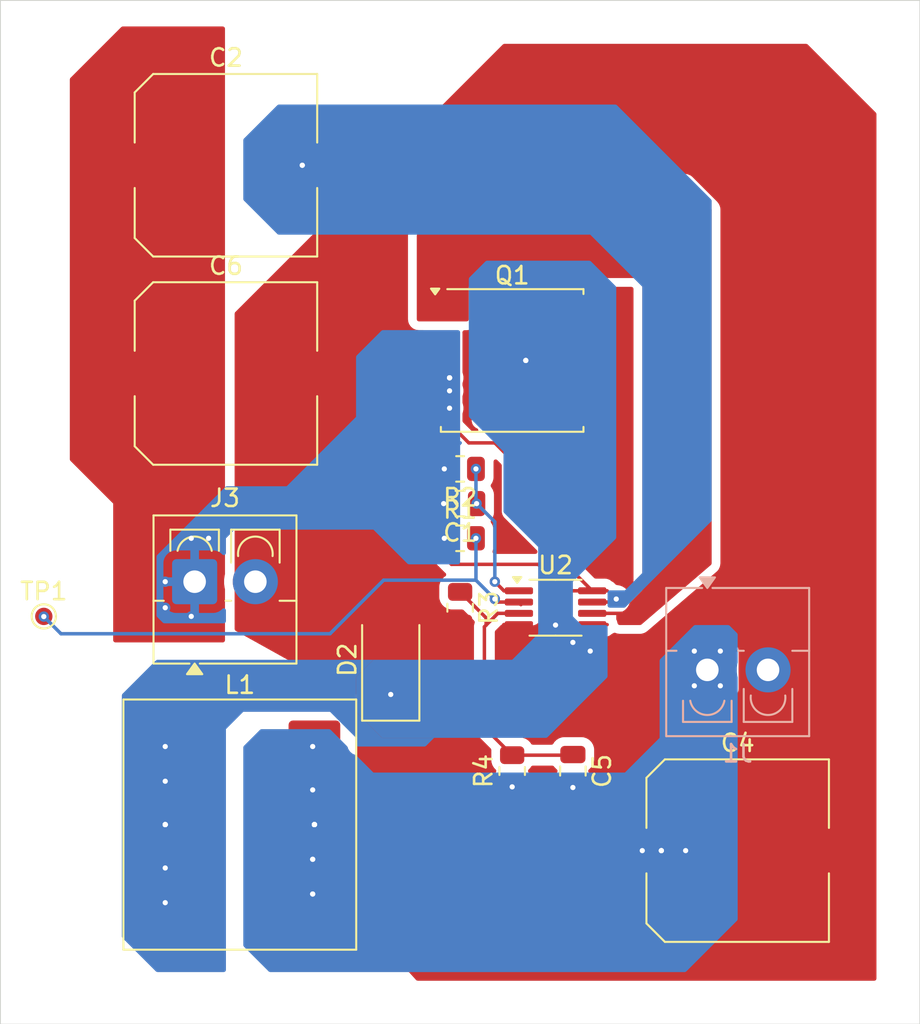
<source format=kicad_pcb>
(kicad_pcb (version 20241229) (generator "pcbnew") (generator_version "9.0")
  (layers (0 "F.Cu" signal) (2 "B.Cu" signal) (13 "F.Paste" user) (15 "B.Paste" user) (5 "F.SilkS" user "F.Silkscreen") (7 "B.SilkS" user "B.Silkscreen") (1 "F.Mask" user) (3 "B.Mask" user) (25 "Edge.Cuts" user))
  (net 0 "")
  (net 1 "Net-(U2-ADJ)")
  (net 2 "/Vin")
  (net 3 "GND")
  (net 4 "Net-(U2-VCC)")
  (net 5 "Net-(D2-K)")
  (net 6 "/Vout")
  (net 7 "Net-(U2-FB)")
  (net 8 "Net-(U2-RT)")
  (net 9 "Net-(Q1-G)")
  (footprint "Resistor_SMD:R_0805_2012Metric" (layer "F.Cu") (at 101.5 117.4125 90)
    (property "Reference" "R4" (at 0 -1.65 90) (layer "F.SilkS"))
    (property "Value" "R")
    (fp_line (start -0.227064 -0.735) (end 0.227064 -0.735) (stroke (width 0.12)) (layer "F.SilkS"))
    (fp_line (start -0.227064 0.735) (end 0.227064 0.735) (stroke (width 0.12)) (layer "F.SilkS"))
    (pad "1" smd roundrect (at -0.9125 0 90) (size 1.025 1.4) (layers "F.Cu" "F.Mask" "F.Paste") (roundrect_rratio 0.243902) (net 6 "/Vout"))
    (pad "2" smd roundrect (at 0.9125 0 90) (size 1.025 1.4) (layers "F.Cu" "F.Mask" "F.Paste") (roundrect_rratio 0.243902) (net 7 "Net-(U2-FB)"))
  )
  (footprint "TerminalBlock_4Ucon:TerminalBlock_4Ucon_1x02_P3.50mm_Vertical" (layer "F.Cu") (at 83.195 106.5)
    (property "Reference" "J3" (at 1.75 -4.82 0) (layer "F.SilkS"))
    (property "Value" "Screw_Terminal_01x02")
    (fp_line (start -2.37 -3.82) (end 5.87 -3.82) (stroke (width 0.12)) (layer "F.SilkS"))
    (fp_line (start -2.37 1.1) (end -1.78 1.1) (stroke (width 0.12)) (layer "F.SilkS"))
    (fp_line (start -2.37 4.72) (end -2.37 -3.82) (stroke (width 0.12)) (layer "F.SilkS"))
    (fp_line (start -1.4 -3) (end 1.4 -3) (stroke (width 0.12)) (layer "F.SilkS"))
    (fp_line (start -1.4 -1.78) (end -1.4 -3) (stroke (width 0.12)) (layer "F.SilkS"))
    (fp_line (start -0.3 4.72) (end -2.37 4.72) (stroke (width 0.12)) (layer "F.SilkS"))
    (fp_line (start 1.4 -3) (end 1.4 -1.78) (stroke (width 0.12)) (layer "F.SilkS"))
    (fp_line (start 1.78 1.1) (end 2.101 1.1) (stroke (width 0.12)) (layer "F.SilkS"))
    (fp_line (start 2.1 -3) (end 4.9 -3) (stroke (width 0.12)) (layer "F.SilkS"))
    (fp_line (start 2.1 -1.099) (end 2.1 -3) (stroke (width 0.12)) (layer "F.SilkS"))
    (fp_line (start 4.899 1.1) (end 5.87 1.1) (stroke (width 0.12)) (layer "F.SilkS"))
    (fp_line (start 4.9 -3) (end 4.9 -1.099) (stroke (width 0.12)) (layer "F.SilkS"))
    (fp_line (start 5.87 -3.82) (end 5.87 4.72) (stroke (width 0.12)) (layer "F.SilkS"))
    (fp_line (start 5.87 4.72) (end 0.3 4.72) (stroke (width 0.12)) (layer "F.SilkS"))
    (fp_arc (start -0.984 -1.78) (mid 0 -2.6) (end 0.984 -1.78) (stroke (width 0.12)) (layer "F.SilkS"))
    (fp_arc (start 2.508 -1.478) (mid 3.5 -2.6) (end 4.492 -1.478) (stroke (width 0.12)) (layer "F.SilkS"))
    (fp_poly (pts (xy 0 4.72) (xy 0.44 5.33) (xy -0.44 5.33)) (stroke (width 0.12)) (fill yes) (layer "F.SilkS"))
    (pad "1" thru_hole roundrect (at 0 0) (size 2.6 2.6) (drill 1.3) (layers "*.Cu" "*.Mask") (roundrect_rratio 0.096154) (net 2 "/Vin"))
    (pad "2" thru_hole circle (at 3.5 0) (size 2.6 2.6) (drill 1.3) (layers "*.Cu" "*.Mask") (net 3 "GND"))
  )
  (footprint "Capacitor_SMD:C_0805_2012Metric" (layer "F.Cu") (at 105 117.4125 -90)
    (property "Reference" "C5" (at 0 -1.68 90) (layer "F.SilkS"))
    (property "Value" "C")
    (fp_line (start -0.261252 0.735) (end 0.261252 0.735) (stroke (width 0.12)) (layer "F.SilkS"))
    (fp_line (start -0.261252 -0.735) (end 0.261252 -0.735) (stroke (width 0.12)) (layer "F.SilkS"))
    (pad "1" smd roundrect (at -0.95 0 270) (size 1 1.45) (layers "F.Cu" "F.Mask" "F.Paste") (net 7 "Net-(U2-FB)"))
    (pad "2" smd roundrect (at 0.95 0 270) (size 1 1.45) (layers "F.Cu" "F.Mask" "F.Paste") (net 6 "/Vout"))
  )
  (footprint "Capacitor_SMD:C_Elec_10x10.2" (layer "F.Cu") (at 114.5 122)
    (property "Reference" "C4" (at 0 -6.2 0) (layer "F.SilkS"))
    (property "Value" "C")
    (fp_line (start -5.26 -4.195563) (end -5.26 -1.31) (stroke (width 0.12)) (layer "F.SilkS"))
    (fp_line (start -5.26 -4.195563) (end -4.195563 -5.26) (stroke (width 0.12)) (layer "F.SilkS"))
    (fp_line (start -5.26 4.195563) (end -5.26 1.31) (stroke (width 0.12)) (layer "F.SilkS"))
    (fp_line (start -5.26 4.195563) (end -4.195563 5.26) (stroke (width 0.12)) (layer "F.SilkS"))
    (fp_line (start -4.195563 -5.26) (end 5.26 -5.26) (stroke (width 0.12)) (layer "F.SilkS"))
    (fp_line (start -4.195563 5.26) (end 5.26 5.26) (stroke (width 0.12)) (layer "F.SilkS"))
    (fp_line (start 5.26 -5.26) (end 5.26 -1.31) (stroke (width 0.12)) (layer "F.SilkS"))
    (fp_line (start 5.26 5.26) (end 5.26 1.31) (stroke (width 0.12)) (layer "F.SilkS"))
    (pad "1" smd roundrect (at -4.4 0) (size 4.6 2.1) (layers "F.Cu" "F.Mask" "F.Paste") (roundrect_rratio 0.119048) (net 6 "/Vout"))
    (pad "2" smd roundrect (at 4.4 0) (size 4.6 2.1) (layers "F.Cu" "F.Mask" "F.Paste") (roundrect_rratio 0.119048) (net 3 "GND"))
  )
  (footprint "Inductor_SMD:L_Coilcraft_XAL1350-XXX" (layer "F.Cu") (at 85.8 120.5)
    (property "Reference" "L1" (at 0 -8.05 0) (layer "F.SilkS"))
    (property "Value" "L")
    (fp_line (start -6.71 -7.21) (end 6.71 -7.21) (stroke (width 0.12)) (layer "F.SilkS"))
    (fp_line (start -6.71 7.21) (end -6.71 -7.21) (stroke (width 0.12)) (layer "F.SilkS"))
    (fp_line (start 6.71 -7.21) (end 6.71 7.21) (stroke (width 0.12)) (layer "F.SilkS"))
    (fp_line (start 6.71 7.21) (end -6.71 7.21) (stroke (width 0.12)) (layer "F.SilkS"))
    (pad "1" smd roundrect (at -4.3 0) (size 2.98 12) (layers "F.Cu" "F.Mask" "F.Paste") (roundrect_rratio 0.083893) (net 5 "Net-(D2-K)"))
    (pad "2" smd roundrect (at 4.3 0) (size 2.98 12) (layers "F.Cu" "F.Mask" "F.Paste") (roundrect_rratio 0.083893) (net 6 "/Vout"))
  )
  (footprint "Package_TO_SOT_SMD:PQFN_8x8" (layer "F.Cu") (at 101.5 93.75)
    (property "Reference" "Q1" (at 0 -4.9 0) (layer "F.SilkS"))
    (property "Value" "FDMT80060DC")
    (fp_line (start -4.11 3.83) (end -4.11 4.11) (stroke (width 0.12)) (layer "F.SilkS"))
    (fp_line (start 4.11 -4.11) (end -3.74 -4.11) (stroke (width 0.12)) (layer "F.SilkS"))
    (fp_line (start 4.11 -3.83) (end 4.11 -4.11) (stroke (width 0.12)) (layer "F.SilkS"))
    (fp_line (start 4.11 3.83) (end 4.11 4.11) (stroke (width 0.12)) (layer "F.SilkS"))
    (fp_line (start 4.11 4.11) (end -4.11 4.11) (stroke (width 0.12)) (layer "F.SilkS"))
    (fp_poly (pts (xy -4.44 -3.81) (xy -4.2 -4.14) (xy -4.68 -4.14) (xy -4.44 -3.81)) (stroke (width 0.12)) (fill yes) (layer "F.SilkS"))
    (pad "1" smd roundrect (at -3.935 -3) (size 1.13 1.1) (layers "F.Cu" "F.Mask" "F.Paste") (net 9 "Net-(Q1-G)"))
    (pad "2" smd custom (at -3.61 1) (size 0.48 5.1) (layers "F.Cu" "F.Mask" "F.Paste") (net 2 "/Vin") (options (clearance outline) (anchor rect)) (primitives (gr_poly (pts (xy -0.24 -1.45) (xy -0.89 -1.45) (xy -0.89 -2.55) (xy -0.24 -2.55)) (width 0) (fill yes)) (gr_poly (pts (xy -0.24 0.55) (xy -0.89 0.55) (xy -0.89 -0.55) (xy -0.24 -0.55)) (width 0) (fill yes)) (gr_poly (pts (xy -0.24 2.55) (xy -0.89 2.55) (xy -0.89 1.45) (xy -0.24 1.45)) (width 0) (fill yes))))
    (pad "3" smd custom (at 0.785 0) (size 5.23 6.9) (layers "F.Cu" "F.Mask") (net 5 "Net-(D2-K)") (options (clearance outline) (anchor rect)) (primitives (gr_poly (pts (xy 3.715 -2.45) (xy 2.615 -2.45) (xy 2.615 -3.55) (xy 3.715 -3.55)) (width 0) (fill yes)) (gr_poly (pts (xy 3.715 -0.45) (xy 2.615 -0.45) (xy 2.615 -1.55) (xy 3.715 -1.55)) (width 0) (fill yes)) (gr_poly (pts (xy 3.715 1.55) (xy 2.615 1.55) (xy 2.615 0.45) (xy 3.715 0.45)) (width 0) (fill yes)) (gr_poly (pts (xy 3.715 3.55) (xy 2.615 3.55) (xy 2.615 2.45) (xy 3.715 2.45)) (width 0) (fill yes))))
  )
  (footprint "TestPoint:TestPoint_Pad_D1.0mm" (layer "F.Cu") (at 74.5 108.5)
    (property "Reference" "TP1" (at 0 -1.448 0) (layer "F.SilkS"))
    (property "Value" "TestPoint_Small" (hide yes))
    (fp_circle (center 0 0) (end 0 0.7) (stroke (width 0.12)) (fill no) (layer "F.SilkS"))
    (pad "1" smd circle (at 0 0) (size 1 1) (layers "F.Cu" "F.Mask") (net 8 "Net-(U2-RT)"))
  )
  (footprint "Resistor_SMD:R_0805_2012Metric" (layer "F.Cu") (at 98.5 100 180)
    (property "Reference" "R2" (at 0 -1.65 0) (layer "F.SilkS"))
    (property "Value" "R")
    (fp_line (start -0.227064 0.735) (end 0.227064 0.735) (stroke (width 0.12)) (layer "F.SilkS"))
    (fp_line (start -0.227064 -0.735) (end 0.227064 -0.735) (stroke (width 0.12)) (layer "F.SilkS"))
    (pad "1" smd roundrect (at -0.9125 0 180) (size 1.025 1.4) (layers "F.Cu" "F.Mask" "F.Paste") (roundrect_rratio 0.243902) (net 1 "Net-(U2-ADJ)"))
    (pad "2" smd roundrect (at 0.9125 0 180) (size 1.025 1.4) (layers "F.Cu" "F.Mask" "F.Paste") (roundrect_rratio 0.243902) (net 2 "/Vin"))
  )
  (footprint "Diode_SMD:D_SMA" (layer "F.Cu") (at 94.5 111 90)
    (property "Reference" "D2" (at 0 -2.5 90) (layer "F.SilkS"))
    (property "Value" "D_Schottky")
    (fp_line (start -3.51 -1.65) (end 2 -1.65) (stroke (width 0.12)) (layer "F.SilkS"))
    (fp_line (start -3.51 -1.65) (end -3.51 1.65) (stroke (width 0.12)) (layer "F.SilkS"))
    (fp_line (start -3.51 1.65) (end 2 1.65) (stroke (width 0.12)) (layer "F.SilkS"))
    (pad "1" smd roundrect (at -2 0 90) (size 2.5 1.8) (layers "F.Cu" "F.Mask" "F.Paste") (roundrect_rratio 0.1388888889) (net 5 "Net-(D2-K)"))
    (pad "2" smd roundrect (at 2 0 90) (size 2.5 1.8) (layers "F.Cu" "F.Mask" "F.Paste") (roundrect_rratio 0.1388888889) (net 3 "GND"))
  )
  (footprint "Capacitor_SMD:C_Elec_10x10.2" (layer "F.Cu") (at 85 82.5)
    (property "Reference" "C2" (at 0 -6.2 0) (layer "F.SilkS"))
    (property "Value" "C")
    (fp_line (start -5.26 -4.195563) (end -5.26 -1.31) (stroke (width 0.12)) (layer "F.SilkS"))
    (fp_line (start -5.26 -4.195563) (end -4.195563 -5.26) (stroke (width 0.12)) (layer "F.SilkS"))
    (fp_line (start -5.26 4.195563) (end -5.26 1.31) (stroke (width 0.12)) (layer "F.SilkS"))
    (fp_line (start -5.26 4.195563) (end -4.195563 5.26) (stroke (width 0.12)) (layer "F.SilkS"))
    (fp_line (start -4.195563 -5.26) (end 5.26 -5.26) (stroke (width 0.12)) (layer "F.SilkS"))
    (fp_line (start -4.195563 5.26) (end 5.26 5.26) (stroke (width 0.12)) (layer "F.SilkS"))
    (fp_line (start 5.26 -5.26) (end 5.26 -1.31) (stroke (width 0.12)) (layer "F.SilkS"))
    (fp_line (start 5.26 5.26) (end 5.26 1.31) (stroke (width 0.12)) (layer "F.SilkS"))
    (pad "1" smd roundrect (at -4.4 0) (size 4.6 2.1) (layers "F.Cu" "F.Mask" "F.Paste") (roundrect_rratio 0.119048) (net 2 "/Vin"))
    (pad "2" smd roundrect (at 4.4 0) (size 4.6 2.1) (layers "F.Cu" "F.Mask" "F.Paste") (roundrect_rratio 0.119048) (net 4 "Net-(U2-VCC)"))
  )
  (footprint "Package_SO:MSOP-8_3x3mm_P0.65mm" (layer "F.Cu") (at 104 108)
    (property "Reference" "U2" (at 0 -2.45 0) (layer "F.SilkS"))
    (property "Value" "LM25085MM")
    (fp_line (start 0 -1.61) (end -1.5 -1.61) (stroke (width 0.12)) (layer "F.SilkS"))
    (fp_line (start 0 -1.61) (end 1.5 -1.61) (stroke (width 0.12)) (layer "F.SilkS"))
    (fp_line (start 0 1.61) (end -1.5 1.61) (stroke (width 0.12)) (layer "F.SilkS"))
    (fp_line (start 0 1.61) (end 1.5 1.61) (stroke (width 0.12)) (layer "F.SilkS"))
    (fp_poly (pts (xy -2.2125 -1.435) (xy -2.4525 -1.765) (xy -1.9725 -1.765)) (stroke (width 0.12)) (fill yes) (layer "F.SilkS"))
    (pad "1" smd roundrect (at -2.1125 -0.975) (size 1.625 0.4) (layers "F.Cu" "F.Mask" "F.Paste") (net 1 "Net-(U2-ADJ)"))
    (pad "2" smd roundrect (at -2.1125 -0.325) (size 1.625 0.4) (layers "F.Cu" "F.Mask" "F.Paste") (net 8 "Net-(U2-RT)"))
    (pad "3" smd roundrect (at -2.1125 0.325) (size 1.625 0.4) (layers "F.Cu" "F.Mask" "F.Paste") (net 7 "Net-(U2-FB)"))
    (pad "4" smd roundrect (at -2.1125 0.975) (size 1.625 0.4) (layers "F.Cu" "F.Mask" "F.Paste") (net 3 "GND"))
    (pad "5" smd roundrect (at 2.1125 0.975) (size 1.625 0.4) (layers "F.Cu" "F.Mask" "F.Paste") (net 5 "Net-(D2-K)"))
    (pad "6" smd roundrect (at 2.1125 0.325) (size 1.625 0.4) (layers "F.Cu" "F.Mask" "F.Paste") (net 9 "Net-(Q1-G)"))
    (pad "7" smd roundrect (at 2.1125 -0.325) (size 1.625 0.4) (layers "F.Cu" "F.Mask" "F.Paste") (net 4 "Net-(U2-VCC)"))
    (pad "8" smd roundrect (at 2.1125 -0.975) (size 1.625 0.4) (layers "F.Cu" "F.Mask" "F.Paste") (net 2 "/Vin"))
  )
  (footprint "Resistor_SMD:R_0805_2012Metric" (layer "F.Cu") (at 98.5 108 -90)
    (property "Reference" "R3" (at 0 -1.65 90) (layer "F.SilkS"))
    (property "Value" "R")
    (fp_line (start -0.227064 0.735) (end 0.227064 0.735) (stroke (width 0.12)) (layer "F.SilkS"))
    (fp_line (start -0.227064 -0.735) (end 0.227064 -0.735) (stroke (width 0.12)) (layer "F.SilkS"))
    (pad "1" smd roundrect (at -0.9125 0 270) (size 1.025 1.4) (layers "F.Cu" "F.Mask" "F.Paste") (roundrect_rratio 0.243902) (net 7 "Net-(U2-FB)"))
    (pad "2" smd roundrect (at 0.9125 0 270) (size 1.025 1.4) (layers "F.Cu" "F.Mask" "F.Paste") (roundrect_rratio 0.243902) (net 3 "GND"))
  )
  (footprint "Resistor_SMD:R_0805_2012Metric" (layer "F.Cu") (at 98.5 104)
    (property "Reference" "R1" (at 0 -1.65 0) (layer "F.SilkS"))
    (property "Value" "R")
    (fp_line (start -0.227064 -0.735) (end 0.227064 -0.735) (stroke (width 0.12)) (layer "F.SilkS"))
    (fp_line (start -0.227064 0.735) (end 0.227064 0.735) (stroke (width 0.12)) (layer "F.SilkS"))
    (pad "1" smd roundrect (at -0.9125 0) (size 1.025 1.4) (layers "F.Cu" "F.Mask" "F.Paste") (roundrect_rratio 0.243902) (net 2 "/Vin"))
    (pad "2" smd roundrect (at 0.9125 0) (size 1.025 1.4) (layers "F.Cu" "F.Mask" "F.Paste") (roundrect_rratio 0.243902) (net 8 "Net-(U2-RT)"))
  )
  (footprint "Capacitor_SMD:C_0805_2012Metric" (layer "F.Cu") (at 98.5 102 180)
    (property "Reference" "C1" (at 0 -1.68 0) (layer "F.SilkS"))
    (property "Value" "C")
    (fp_line (start -0.261252 0.735) (end 0.261252 0.735) (stroke (width 0.12)) (layer "F.SilkS"))
    (fp_line (start -0.261252 -0.735) (end 0.261252 -0.735) (stroke (width 0.12)) (layer "F.SilkS"))
    (pad "1" smd roundrect (at -0.95 0 180) (size 1 1.45) (layers "F.Cu" "F.Mask" "F.Paste") (net 1 "Net-(U2-ADJ)"))
    (pad "2" smd roundrect (at 0.95 0 180) (size 1 1.45) (layers "F.Cu" "F.Mask" "F.Paste") (net 2 "/Vin"))
  )
  (footprint "Capacitor_SMD:C_Elec_10x10.2" (layer "F.Cu") (at 85 94.5)
    (property "Reference" "C6" (at 0 -6.2 0) (layer "F.SilkS"))
    (property "Value" "C")
    (fp_line (start -5.26 -4.195563) (end -5.26 -1.31) (stroke (width 0.12)) (layer "F.SilkS"))
    (fp_line (start -5.26 -4.195563) (end -4.195563 -5.26) (stroke (width 0.12)) (layer "F.SilkS"))
    (fp_line (start -5.26 4.195563) (end -5.26 1.31) (stroke (width 0.12)) (layer "F.SilkS"))
    (fp_line (start -5.26 4.195563) (end -4.195563 5.26) (stroke (width 0.12)) (layer "F.SilkS"))
    (fp_line (start -4.195563 -5.26) (end 5.26 -5.26) (stroke (width 0.12)) (layer "F.SilkS"))
    (fp_line (start -4.195563 5.26) (end 5.26 5.26) (stroke (width 0.12)) (layer "F.SilkS"))
    (fp_line (start 5.26 -5.26) (end 5.26 -1.31) (stroke (width 0.12)) (layer "F.SilkS"))
    (fp_line (start 5.26 5.26) (end 5.26 1.31) (stroke (width 0.12)) (layer "F.SilkS"))
    (pad "1" smd roundrect (at -4.4 0) (size 4.6 2.1) (layers "F.Cu" "F.Mask" "F.Paste") (roundrect_rratio 0.119048) (net 2 "/Vin"))
    (pad "2" smd roundrect (at 4.4 0) (size 4.6 2.1) (layers "F.Cu" "F.Mask" "F.Paste") (roundrect_rratio 0.119048) (net 3 "GND"))
  )
  (footprint "TerminalBlock_4Ucon:TerminalBlock_4Ucon_1x02_P3.50mm_Vertical" (layer "B.Cu") (at 112.75 111.5825)
    (property "Reference" "J1" (at 1.75 4.82 0) (layer "B.SilkS") (effects (justify mirror)))
    (property "Value" "Screw_Terminal_01x02")
    (fp_line (start -2.37 -4.72) (end -2.37 3.82) (stroke (width 0.12)) (layer "B.SilkS"))
    (fp_line (start -2.37 -1.1) (end -1.78 -1.1) (stroke (width 0.12)) (layer "B.SilkS"))
    (fp_line (start -2.37 3.82) (end 5.87 3.82) (stroke (width 0.12)) (layer "B.SilkS"))
    (fp_line (start -1.4 1.78) (end -1.4 3) (stroke (width 0.12)) (layer "B.SilkS"))
    (fp_line (start -1.4 3) (end 1.4 3) (stroke (width 0.12)) (layer "B.SilkS"))
    (fp_line (start -0.3 -4.72) (end -2.37 -4.72) (stroke (width 0.12)) (layer "B.SilkS"))
    (fp_line (start 1.4 3) (end 1.4 1.78) (stroke (width 0.12)) (layer "B.SilkS"))
    (fp_line (start 1.78 -1.1) (end 2.101 -1.1) (stroke (width 0.12)) (layer "B.SilkS"))
    (fp_line (start 2.1 1.099) (end 2.1 3) (stroke (width 0.12)) (layer "B.SilkS"))
    (fp_line (start 2.1 3) (end 4.9 3) (stroke (width 0.12)) (layer "B.SilkS"))
    (fp_line (start 4.899 -1.1) (end 5.87 -1.1) (stroke (width 0.12)) (layer "B.SilkS"))
    (fp_line (start 4.9 3) (end 4.9 1.099) (stroke (width 0.12)) (layer "B.SilkS"))
    (fp_line (start 5.87 -4.72) (end 0.3 -4.72) (stroke (width 0.12)) (layer "B.SilkS"))
    (fp_line (start 5.87 3.82) (end 5.87 -4.72) (stroke (width 0.12)) (layer "B.SilkS"))
    (fp_arc (start 0.984 1.78) (mid 0 2.6) (end -0.984 1.78) (stroke (width 0.12)) (layer "B.SilkS"))
    (fp_arc (start 4.492 1.478) (mid 3.5 2.6) (end 2.508 1.478) (stroke (width 0.12)) (layer "B.SilkS"))
    (fp_poly (pts (xy 0 -4.72) (xy 0.44 -5.33) (xy -0.44 -5.33)) (stroke (width 0.12)) (fill yes) (layer "B.SilkS"))
    (pad "1" thru_hole roundrect (at 0 0) (size 2.6 2.6) (drill 1.3) (layers "*.Cu" "*.Mask") (roundrect_rratio 0.096154) (net 6 "/Vout"))
    (pad "2" thru_hole circle (at 3.5 0) (size 2.6 2.6) (drill 1.3) (layers "*.Cu" "*.Mask") (net 3 "GND"))
  )
  (gr_rect (start 72 73) (end 125 132) (stroke (width 0.05)) (fill no) (layer "Edge.Cuts"))
  (segment (start 101.025 107.025) (end 100.5 106.5) (width 0.2) (layer "F.Cu") (net 1))
  (segment (start 101.025 107.025) (end 101.8875 107.025) (width 0.2) (layer "F.Cu") (net 1))
  (via (at 100.5 106.5) (size 0.6) (drill 0.3) (layers "F.Cu" "B.Cu") (net 1))
  (via (at 99.4125 100) (size 0.6) (drill 0.3) (layers "F.Cu" "B.Cu") (net 1))
  (via (at 99.45 102) (size 0.6) (drill 0.3) (layers "F.Cu" "B.Cu") (net 1))
  (segment (start 100.5 106.5) (end 100.5 103.05) (width 0.2) (layer "B.Cu") (net 1))
  (segment (start 99.4125 101.9625) (end 99.45 102) (width 0.2) (layer "B.Cu") (net 1))
  (segment (start 99.4125 100) (end 99.4125 101.9625) (width 0.2) (layer "B.Cu") (net 1))
  (segment (start 100.5 103.05) (end 99.45 102) (width 0.2) (layer "B.Cu") (net 1))
  (segment (start 104.525 107.025) (end 106.1125 107.025) (width 0.2) (layer "F.Cu") (net 2))
  (segment (start 99 98.5) (end 100.5 98.5) (width 0.2) (layer "F.Cu") (net 2))
  (segment (start 101.5 102.4125) (end 106.1125 107.025) (width 0.2) (layer "F.Cu") (net 2))
  (segment (start 97.5875 105.0875) (end 98 105.5) (width 0.2) (layer "F.Cu") (net 2))
  (segment (start 97.89 94.75) (end 97.89 95.5) (width 0.2) (layer "F.Cu") (net 2))
  (segment (start 101.5 99.5) (end 101.5 102.4125) (width 0.2) (layer "F.Cu") (net 2))
  (segment (start 106.975 107.025) (end 106.1125 107.025) (width 0.2) (layer "F.Cu") (net 2))
  (segment (start 98 105.5) (end 103 105.5) (width 0.2) (layer "F.Cu") (net 2))
  (segment (start 103 105.5) (end 104.525 107.025) (width 0.2) (layer "F.Cu") (net 2))
  (segment (start 100.5 98.5) (end 101.5 99.5) (width 0.2) (layer "F.Cu") (net 2))
  (segment (start 97.89 96.5) (end 97.89 97.39) (width 0.2) (layer "F.Cu") (net 2))
  (segment (start 97.89 95.5) (end 97.89 96.5) (width 0.2) (layer "F.Cu") (net 2))
  (segment (start 97.5875 104) (end 97.5875 105.0875) (width 0.2) (layer "F.Cu") (net 2))
  (segment (start 97.89 97.39) (end 99 98.5) (width 0.2) (layer "F.Cu") (net 2))
  (via (at 97.89 95.5) (size 0.6) (drill 0.3) (layers "F.Cu" "B.Cu") (net 2))
  (via (at 97.5875 100) (size 0.6) (drill 0.3) (layers "F.Cu" "B.Cu") (net 2))
  (via (at 97.89 94.75) (size 0.6) (drill 0.3) (layers "F.Cu" "B.Cu") (net 2))
  (via (at 97.89 94.75) (size 0.6) (drill 0.3) (layers "F.Cu" "B.Cu") (net 2))
  (via (at 97.5875 104) (size 0.6) (drill 0.3) (layers "F.Cu" "B.Cu") (net 2))
  (via (at 83.195 106.5) (size 0.6) (drill 0.3) (layers "F.Cu" "B.Cu") (net 2))
  (via (at 84 104) (size 0.6) (drill 0.3) (layers "F.Cu" "B.Cu") (net 2))
  (via (at 83 104) (size 0.6) (drill 0.3) (layers "F.Cu" "B.Cu") (net 2))
  (via (at 81.5 106.5) (size 0.6) (drill 0.3) (layers "F.Cu" "B.Cu") (net 2))
  (via (at 97.89 94.75) (size 0.6) (drill 0.3) (layers "F.Cu" "B.Cu") (net 2))
  (via (at 97.89 96.5) (size 0.6) (drill 0.3) (layers "F.Cu" "B.Cu") (net 2))
  (via (at 83 108.5) (size 0.6) (drill 0.3) (layers "F.Cu" "B.Cu") (net 2))
  (via (at 97.89 94.75) (size 0.6) (drill 0.3) (layers "F.Cu" "B.Cu") (net 2))
  (via (at 81.5 108) (size 0.6) (drill 0.3) (layers "F.Cu" "B.Cu") (net 2))
  (via (at 97.55 102) (size 0.6) (drill 0.3) (layers "F.Cu" "B.Cu") (net 2))
  (segment (start 97.5875 99.4125) (end 98.5 98.5) (width 0.2) (layer "B.Cu") (net 2))
  (segment (start 90.5875 101.4625) (end 90.55 101.5) (width 0.2) (layer "B.Cu") (net 2))
  (segment (start 97.5875 100) (end 97.5875 99.4125) (width 0.2) (layer "B.Cu") (net 2))
  (segment (start 101.8875 108.975) (end 101.025 108.975) (width 0.2) (layer "F.Cu") (net 3))
  (segment (start 101 109) (end 101 109.5) (width 0.2) (layer "F.Cu") (net 3))
  (segment (start 101.025 108.975) (end 101 109) (width 0.2) (layer "F.Cu") (net 3))
  (segment (start 107.325 107.675) (end 107.5 107.5) (width 0.2) (layer "F.Cu") (net 4))
  (segment (start 107.325 107.675) (end 106.1125 107.675) (width 0.2) (layer "F.Cu") (net 4))
  (via (at 107.5 107.5) (size 0.6) (drill 0.3) (layers "F.Cu" "B.Cu") (net 4))
  (via (at 89.4 82.5) (size 0.6) (drill 0.3) (layers "F.Cu" "B.Cu") (net 4))
  (via (at 89.4 82.5) (size 0.6) (drill 0.3) (layers "F.Cu" "B.Cu") (net 4))
  (segment (start 106.025 108.975) (end 105 110) (width 0.2) (layer "F.Cu") (net 5))
  (segment (start 106.1125 110.3875) (end 106 110.5) (width 0.2) (layer "F.Cu") (net 5))
  (segment (start 106.1125 108.975) (end 106.025 108.975) (width 0.2) (layer "F.Cu") (net 5))
  (segment (start 104.025 108.975) (end 104 109) (width 0.2) (layer "F.Cu") (net 5))
  (segment (start 106.1125 108.975) (end 106.975 108.975) (width 0.2) (layer "F.Cu") (net 5))
  (segment (start 106.1125 108.975) (end 106.1125 110.3875) (width 0.2) (layer "F.Cu") (net 5))
  (segment (start 106.1125 108.975) (end 104.025 108.975) (width 0.2) (layer "F.Cu") (net 5))
  (via (at 81.5 125) (size 0.6) (drill 0.3) (layers "F.Cu" "B.Cu") (net 5))
  (via (at 81.5 120.5) (size 0.6) (drill 0.3) (layers "F.Cu" "B.Cu") (net 5))
  (via (at 81.5 123) (size 0.6) (drill 0.3) (layers "F.Cu" "B.Cu") (net 5))
  (via (at 81.5 120.5) (size 0.6) (drill 0.3) (layers "F.Cu" "B.Cu") (net 5))
  (via (at 81.5 116) (size 0.6) (drill 0.3) (layers "F.Cu" "B.Cu") (net 5))
  (via (at 81.5 120.5) (size 0.6) (drill 0.3) (layers "F.Cu" "B.Cu") (net 5))
  (via (at 94.5 113) (size 0.6) (drill 0.3) (layers "F.Cu" "B.Cu") (net 5))
  (via (at 81.5 120.5) (size 0.6) (drill 0.3) (layers "F.Cu" "B.Cu") (net 5))
  (via (at 81.5 120.5) (size 0.6) (drill 0.3) (layers "F.Cu" "B.Cu") (net 5))
  (via (at 102.285 93.75) (size 0.6) (drill 0.3) (layers "F.Cu" "B.Cu") (net 5))
  (via (at 81.5 120.5) (size 0.6) (drill 0.3) (layers "F.Cu" "B.Cu") (net 5))
  (via (at 105 110) (size 0.6) (drill 0.3) (layers "F.Cu" "B.Cu") (net 5))
  (via (at 81.5 120.5) (size 0.6) (drill 0.3) (layers "F.Cu" "B.Cu") (net 5))
  (via (at 81.5 118) (size 0.6) (drill 0.3) (layers "F.Cu" "B.Cu") (net 5))
  (via (at 106 110.5) (size 0.6) (drill 0.3) (layers "F.Cu" "B.Cu") (net 5))
  (via (at 104 109) (size 0.6) (drill 0.3) (layers "F.Cu" "B.Cu") (net 5))
  (via (at 102.285 93.75) (size 0.6) (drill 0.3) (layers "F.Cu" "B.Cu") (net 5))
  (via (at 81.5 120.5) (size 0.6) (drill 0.3) (layers "F.Cu" "B.Cu") (net 5))
  (via (at 81.5 120.5) (size 0.6) (drill 0.3) (layers "F.Cu" "B.Cu") (net 5))
  (via (at 102.285 93.75) (size 0.6) (drill 0.3) (layers "F.Cu" "B.Cu") (net 5))
  (via (at 110.1 122) (size 0.6) (drill 0.3) (layers "F.Cu" "B.Cu") (net 6))
  (via (at 90.1 120.5) (size 0.6) (drill 0.3) (layers "F.Cu" "B.Cu") (net 6))
  (via (at 90.1 120.5) (size 0.6) (drill 0.3) (layers "F.Cu" "B.Cu") (net 6))
  (via (at 90.1 120.5) (size 0.6) (drill 0.3) (layers "F.Cu" "B.Cu") (net 6))
  (via (at 90 124.5) (size 0.6) (drill 0.3) (layers "F.Cu" "B.Cu") (net 6))
  (via (at 90.1 120.5) (size 0.6) (drill 0.3) (layers "F.Cu" "B.Cu") (net 6))
  (via (at 112 112.5) (size 0.6) (drill 0.3) (layers "F.Cu" "B.Cu") (net 6))
  (via (at 112.75 111.5825) (size 0.6) (drill 0.3) (layers "F.Cu" "B.Cu") (net 6))
  (via (at 105 118.3625) (size 0.6) (drill 0.3) (layers "F.Cu" "B.Cu") (net 6))
  (via (at 90 122.5) (size 0.6) (drill 0.3) (layers "F.Cu" "B.Cu") (net 6))
  (via (at 110.1 122) (size 0.6) (drill 0.3) (layers "F.Cu" "B.Cu") (net 6))
  (via (at 109 122) (size 0.6) (drill 0.3) (layers "F.Cu" "B.Cu") (net 6))
  (via (at 111.5 122) (size 0.6) (drill 0.3) (layers "F.Cu" "B.Cu") (net 6))
  (via (at 90.1 120.5) (size 0.6) (drill 0.3) (layers "F.Cu" "B.Cu") (net 6))
  (via (at 90.1 120.5) (size 0.6) (drill 0.3) (layers "F.Cu" "B.Cu") (net 6))
  (via (at 90.1 120.5) (size 0.6) (drill 0.3) (layers "F.Cu" "B.Cu") (net 6))
  (via (at 90.1 120.5) (size 0.6) (drill 0.3) (layers "F.Cu" "B.Cu") (net 6))
  (via (at 112.75 111.5825) (size 0.6) (drill 0.3) (layers "F.Cu" "B.Cu") (net 6))
  (via (at 90.1 120.5) (size 0.6) (drill 0.3) (layers "F.Cu" "B.Cu") (net 6))
  (via (at 113.5 112.5) (size 0.6) (drill 0.3) (layers "F.Cu" "B.Cu") (net 6))
  (via (at 90 124.5) (size 0.6) (drill 0.3) (layers "F.Cu" "B.Cu") (net 6))
  (via (at 90.1 120.5) (size 0.6) (drill 0.3) (layers "F.Cu" "B.Cu") (net 6))
  (via (at 90.1 120.5) (size 0.6) (drill 0.3) (layers "F.Cu" "B.Cu") (net 6))
  (via (at 90.1 120.5) (size 0.6) (drill 0.3) (layers "F.Cu" "B.Cu") (net 6))
  (via (at 110.1 122) (size 0.6) (drill 0.3) (layers "F.Cu" "B.Cu") (net 6))
  (via (at 90 118.5) (size 0.6) (drill 0.3) (layers "F.Cu" "B.Cu") (net 6))
  (via (at 112 110.5) (size 0.6) (drill 0.3) (layers "F.Cu" "B.Cu") (net 6))
  (via (at 90 122.5) (size 0.6) (drill 0.3) (layers "F.Cu" "B.Cu") (net 6))
  (via (at 90.1 120.5) (size 0.6) (drill 0.3) (layers "F.Cu" "B.Cu") (net 6))
  (via (at 101.5 118.325) (size 0.6) (drill 0.3) (layers "F.Cu" "B.Cu") (net 6))
  (via (at 112.75 111.5825) (size 0.6) (drill 0.3) (layers "F.Cu" "B.Cu") (net 6))
  (via (at 90.1 120.5) (size 0.6) (drill 0.3) (layers "F.Cu" "B.Cu") (net 6))
  (via (at 90.1 120.5) (size 0.6) (drill 0.3) (layers "F.Cu" "B.Cu") (net 6))
  (via (at 90.1 120.5) (size 0.6) (drill 0.3) (layers "F.Cu" "B.Cu") (net 6))
  (via (at 90.1 120.5) (size 0.6) (drill 0.3) (layers "F.Cu" "B.Cu") (net 6))
  (via (at 113.5 110.5) (size 0.6) (drill 0.3) (layers "F.Cu" "B.Cu") (net 6))
  (via (at 90.1 120.5) (size 0.6) (drill 0.3) (layers "F.Cu" "B.Cu") (net 6))
  (via (at 112.75 111.5825) (size 0.6) (drill 0.3) (layers "F.Cu" "B.Cu") (net 6))
  (via (at 90.1 120.5) (size 0.6) (drill 0.3) (layers "F.Cu" "B.Cu") (net 6))
  (via (at 90.1 120.5) (size 0.6) (drill 0.3) (layers "F.Cu" "B.Cu") (net 6))
  (via (at 112.75 111.5825) (size 0.6) (drill 0.3) (layers "F.Cu" "B.Cu") (net 6))
  (via (at 90 116) (size 0.6) (drill 0.3) (layers "F.Cu" "B.Cu") (net 6))
  (via (at 90.1 120.5) (size 0.6) (drill 0.3) (layers "F.Cu" "B.Cu") (net 6))
  (segment (start 100.5 108.5) (end 100 109) (width 0.2) (layer "F.Cu") (net 7))
  (segment (start 100 108.5875) (end 100 109) (width 0.2) (layer "F.Cu") (net 7))
  (segment (start 101.5 116.5) (end 104.9625 116.5) (width 0.2) (layer "F.Cu") (net 7))
  (segment (start 100.675 108.325) (end 100.5 108.5) (width 0.2) (layer "F.Cu") (net 7))
  (segment (start 99.899 109.101) (end 99.899 114.899) (width 0.2) (layer "F.Cu") (net 7))
  (segment (start 99.899 114.899) (end 101.5 116.5) (width 0.2) (layer "F.Cu") (net 7))
  (segment (start 100 109) (end 99.899 109.101) (width 0.2) (layer "F.Cu") (net 7))
  (segment (start 100.675 108.325) (end 101.8875 108.325) (width 0.2) (layer "F.Cu") (net 7))
  (segment (start 98.5 107.0875) (end 100 108.5875) (width 0.2) (layer "F.Cu") (net 7))
  (segment (start 104.9625 116.5) (end 105 116.4625) (width 0.2) (layer "F.Cu") (net 7))
  (segment (start 102 107.7875) (end 101.8875 107.675) (width 0.2) (layer "F.Cu") (net 8))
  (segment (start 100.675 107.675) (end 101.8875 107.675) (width 0.2) (layer "F.Cu") (net 8))
  (segment (start 100.675 107.675) (end 100.5 107.5) (width 0.2) (layer "F.Cu") (net 8))
  (segment (start 102 107.824) (end 102 107.7875) (width 0.2) (layer "F.Cu") (net 8))
  (via (at 99.4125 104) (size 0.6) (drill 0.3) (layers "F.Cu" "B.Cu") (net 8))
  (via (at 74.5 108.511166) (size 0.6) (drill 0.3) (layers "F.Cu" "B.Cu") (net 8))
  (via (at 100.5 107.5) (size 0.6) (drill 0.3) (layers "F.Cu" "B.Cu") (net 8))
  (segment (start 94.0875 106.4125) (end 99.4125 106.4125) (width 0.2) (layer "B.Cu") (net 8))
  (segment (start 74.5 108.511166) (end 75.488834 109.5) (width 0.2) (layer "B.Cu") (net 8))
  (segment (start 75.488834 109.5) (end 91 109.5) (width 0.2) (layer "B.Cu") (net 8))
  (segment (start 99.4125 106.4125) (end 100.5 107.5) (width 0.2) (layer "B.Cu") (net 8))
  (segment (start 99.4125 104) (end 99.4125 106.4125) (width 0.2) (layer "B.Cu") (net 8))
  (segment (start 91 109.5) (end 94.0875 106.4125) (width 0.2) (layer "B.Cu") (net 8))
  (segment (start 106.1125 108.325) (end 107.825 108.325) (width 0.2) (layer "F.Cu") (net 9))
  (segment (start 107.825 108.325) (end 108 108.5) (width 0.2) (layer "F.Cu") (net 9))
  (zone (net 9) (net_name "Net-(Q1-G)") (layer "F.Cu") (priority 6) (connect_pads yes (clearance 0.5)) (min_thickness 0.25) (fill yes (thermal_gap 0.5) (thermal_bridge_width 0.5))
    (polygon (pts (xy 96 91.5) (xy 96 86.5) (xy 99 83.5) (xy 111.5 83.5) (xy 113 85) (xy 113 105.5) (xy 108.916668 109) (xy 107.5 109) (xy 107.5 108) (xy 106.5 108) (xy 108 108) (xy 109 107) (xy 109 89) (xy 99.5 89) (xy 99 89.5) (xy 99 91.5)))
  )
  (zone (net 3) (net_name "GND") (layer "F.Cu") (priority 3) (connect_pads yes (clearance 0.5)) (min_thickness 0.25) (fill yes (thermal_gap 0.5) (thermal_bridge_width 0.5) (island_removal_mode 1) (island_area_min 10))
    (polygon (pts (xy 115.5 129.5) (xy 122.5 129.5) (xy 122.5 109.5) (xy 122.5 105) (xy 122.5 79.5) (xy 118.5 75.5) (xy 101 75.5) (xy 85.5 91) (xy 85.5 109.3) (xy 88.556909 111) (xy 92.499218 112.986707) (xy 92.499958 125.65006) (xy 96 129.5) (xy 105.251547 129.5) (xy 112 129.5)))
  )
  (zone (net 2) (net_name "/Vin") (layer "F.Cu") (connect_pads yes (clearance 0.5)) (min_thickness 0.25) (fill yes (thermal_gap 0.5) (thermal_bridge_width 0.5) (island_removal_mode 1) (island_area_min 10))
    (polygon (pts (xy 84.945 107.0825) (xy 84.945 74.5) (xy 79 74.5) (xy 76 77.5) (xy 76 99.5) (xy 78.5 102) (xy 78.5 110) (xy 84.945 110)))
  )
  (zone (net 5) (net_name "Net-(D2-K)") (layer "B.Cu") (priority 8) (connect_pads (clearance 0.5)) (min_thickness 0.25) (fill yes (thermal_gap 0.5) (thermal_bridge_width 0.5) (island_removal_mode 1) (island_area_min 10))
    (polygon (pts (xy 99 89) (xy 100 88) (xy 106 88) (xy 107.5 89.5) (xy 107.5 104) (xy 105 106.5) (xy 105 108.5) (xy 105.5 109) (xy 107 109) (xy 107 112) (xy 103.5 115.5) (xy 94 115.5) (xy 92.5 114) (xy 92.5 112) (xy 93.5 111) (xy 101.5 111) (xy 103 109.5) (xy 103 104.5) (xy 101 102.5) (xy 101 99) (xy 99 97)))
  )
  (zone (net 5) (net_name "Net-(D2-K)") (layer "B.Cu") (priority 7) (connect_pads yes (clearance 0.5)) (min_thickness 0.25) (fill yes (thermal_gap 0.5) (thermal_bridge_width 0.5) (island_removal_mode 1) (island_area_min 10))
    (polygon (pts (xy 79 113.5) (xy 79 127) (xy 81 129) (xy 85 129) (xy 85 115) (xy 86 114) (xy 91 114) (xy 92.5 115.5) (xy 92.5 116) (xy 96.5 116) (xy 97 115.5) (xy 97 111.5) (xy 96.5 111) (xy 92.5 111) (xy 81 111) (xy 79 113)))
  )
  (zone (net 2) (net_name "/Vin") (layer "B.Cu") (priority 5) (connect_pads (clearance 0.5)) (min_thickness 0.25) (fill yes (thermal_gap 0.5) (thermal_bridge_width 0.5) (island_removal_mode 1) (island_area_min 10))
    (polygon (pts (xy 81 105) (xy 81 108.5) (xy 81.5 109) (xy 85 109) (xy 85 104) (xy 85.5 103.5) (xy 93.5 103.5) (xy 95.5 105.5) (xy 98.5 105.5) (xy 98.5 92) (xy 94 92) (xy 92.5 93.5) (xy 92.5 97) (xy 88.5 101) (xy 85 101)))
  )
  (zone (net 4) (net_name "Net-(U2-VCC)") (layer "B.Cu") (priority 4) (connect_pads yes (clearance 0.5)) (min_thickness 0.25) (fill yes (thermal_gap 0.5) (thermal_bridge_width 0.5) (island_removal_mode 1) (island_area_min 10))
    (polygon (pts (xy 86 81) (xy 88 79) (xy 107.5 79) (xy 113 84.5) (xy 113 103) (xy 108 108) (xy 107 108) (xy 107 107) (xy 108 107) (xy 109 106) (xy 109 89.5) (xy 106 86.5) (xy 88 86.5) (xy 86 84.5) (xy 86 81.5)))
  )
  (zone (net 6) (net_name "/Vout") (layer "B.Cu") (priority 1) (connect_pads yes (clearance 0.5)) (min_thickness 0.25) (fill yes (thermal_gap 0.5) (thermal_bridge_width 0.5))
    (polygon (pts (xy 86 116) (xy 86 127.5) (xy 87.5 129) (xy 111.5 129) (xy 114.5 126) (xy 114.5 109.5) (xy 114 109) (xy 112 109) (xy 110 111) (xy 110 115.5) (xy 108 117.5) (xy 93.5 117.5) (xy 91 115) (xy 87 115)))
  )
)
</source>
